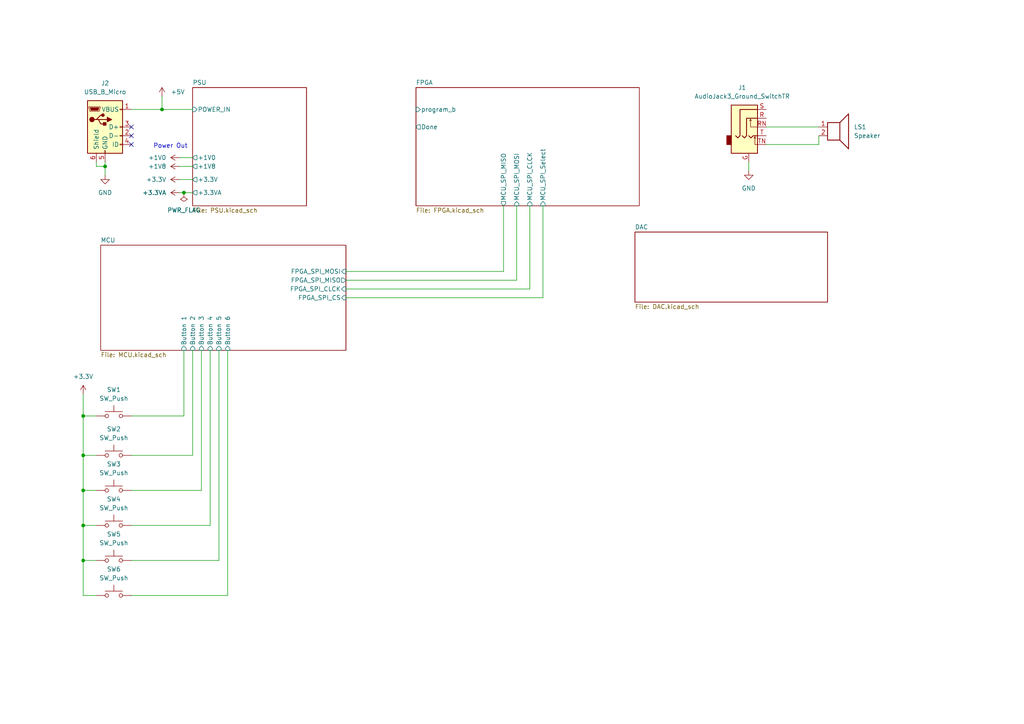
<source format=kicad_sch>
(kicad_sch (version 20230121) (generator eeschema)
  (paper "A4")
  (lib_symbols
    (symbol "Connector:USB_B_Micro" (pin_names (offset 1.016))
      (property "Reference" "J" (at -5.08 11.43 0))
      (property "Value" "USB_B_Micro" (at -5.08 8.89 0))
      (symbol "USB_B_Micro_0_1"
        (rectangle (start -5.08 -7.62) (end 5.08 7.62) (stroke (width 0.254)) (fill (type background)))
        (circle (center -3.81 2.159) (radius 0.635) (stroke (width 0.254)) (fill (type outline)))
        (circle (center -0.635 3.429) (radius 0.381) (stroke (width 0.254)) (fill (type outline)))
        (rectangle (start -0.127 -7.62) (end 0.127 -6.858))
        (polyline (pts (xy -1.905 2.159) (xy 0.635 2.159)) (stroke (width 0.254)))
        (polyline (pts (xy -3.175 2.159) (xy -2.54 2.159) (xy -1.27 3.429) (xy -0.635 3.429)) (stroke (width 0.254)))
        (polyline (pts (xy -2.54 2.159) (xy -1.905 2.159) (xy -1.27 0.889) (xy 0 0.889)) (stroke (width 0.254)))
        (polyline (pts (xy 0.635 2.794) (xy 0.635 1.524) (xy 1.905 2.159) (xy 0.635 2.794)) (stroke (width 0.254)) (fill (type outline)))
        (polyline (pts (xy -4.318 5.588) (xy -1.778 5.588) (xy -2.032 4.826) (xy -4.064 4.826) (xy -4.318 5.588)) (fill (type outline)))
        (polyline (pts (xy -4.699 5.842) (xy -4.699 5.588) (xy -4.445 4.826) (xy -4.445 4.572) (xy -1.651 4.572) (xy -1.651 4.826) (xy -1.397 5.588) (xy -1.397 5.842) (xy -4.699 5.842)))
        (rectangle (start 0.254 1.27) (end -0.508 0.508) (stroke (width 0.254)) (fill (type outline)))
        (rectangle (start 5.08 -5.207) (end 4.318 -4.953))
        (rectangle (start 5.08 -2.667) (end 4.318 -2.413))
        (rectangle (start 5.08 -0.127) (end 4.318 0.127))
        (rectangle (start 5.08 4.953) (end 4.318 5.207))
      )
      (symbol "USB_B_Micro_1_1"
        (pin power_out line (at 7.62 5.08 180) (length 2.54) (name "VBUS") (number "1"))
        (pin bidirectional line (at 7.62 -2.54 180) (length 2.54) (name "D-") (number "2"))
        (pin bidirectional line (at 7.62 0 180) (length 2.54) (name "D+") (number "3"))
        (pin passive line (at 7.62 -5.08 180) (length 2.54) (name "ID") (number "4"))
        (pin power_out line (at 0 -10.16 90) (length 2.54) (name "GND") (number "5"))
        (pin passive line (at -2.54 -10.16 90) (length 2.54) (name "Shield") (number "6"))
      )
    )
    (symbol "Connector_Audio:AudioJack3_Ground_SwitchTR"
      (property "Reference" "J" (at 0 8.89 0))
      (property "Value" "AudioJack3_Ground_SwitchTR" (at 0 6.35 0))
      (symbol "AudioJack3_Ground_SwitchTR_0_1"
        (rectangle (start -5.08 -5.08) (end -6.35 -7.62) (stroke (width 0.254)) (fill (type outline)))
        (polyline (pts (xy 0.508 -0.254) (xy 0.762 -0.762)))
        (polyline (pts (xy 1.778 -5.334) (xy 2.032 -5.842)))
        (polyline (pts (xy 0 -5.08) (xy 0.635 -5.715) (xy 1.27 -5.08) (xy 2.54 -5.08)) (stroke (width 0.254)))
        (polyline (pts (xy 2.54 -7.62) (xy 1.778 -7.62) (xy 1.778 -5.334) (xy 1.524 -5.842)))
        (polyline (pts (xy 2.54 -2.54) (xy 0.508 -2.54) (xy 0.508 -0.254) (xy 0.254 -0.762)))
        (polyline (pts (xy -1.905 -5.08) (xy -1.27 -5.715) (xy -0.635 -5.08) (xy -0.635 0) (xy 2.54 0)) (stroke (width 0.254)))
        (polyline (pts (xy 2.54 2.54) (xy -2.54 2.54) (xy -2.54 -5.08) (xy -3.175 -5.715) (xy -3.81 -5.08)) (stroke (width 0.254)))
        (rectangle (start 2.54 3.81) (end -5.08 -10.16) (stroke (width 0.254)) (fill (type background)))
      )
      (symbol "AudioJack3_Ground_SwitchTR_1_1"
        (pin passive line (at 0 -12.7 90) (length 2.54) (name "~") (number "G"))
        (pin passive line (at 5.08 0 180) (length 2.54) (name "~") (number "R"))
        (pin passive line (at 5.08 -2.54 180) (length 2.54) (name "~") (number "RN"))
        (pin passive line (at 5.08 2.54 180) (length 2.54) (name "~") (number "S"))
        (pin passive line (at 5.08 -5.08 180) (length 2.54) (name "~") (number "T"))
        (pin passive line (at 5.08 -7.62 180) (length 2.54) (name "~") (number "TN"))
      )
    )
    (symbol "Device:Speaker" (pin_names (offset 0) hide)
      (property "Reference" "LS" (at 1.27 5.715 0))
      (property "Value" "Speaker" (at 1.27 3.81 0))
      (symbol "Speaker_0_0"
        (rectangle (start -2.54 1.27) (end 1.016 -3.81) (stroke (width 0.254)))
        (polyline (pts (xy 1.016 1.27) (xy 3.556 3.81) (xy 3.556 -6.35) (xy 1.016 -3.81)) (stroke (width 0.254)))
      )
      (symbol "Speaker_1_1"
        (pin input line (at -5.08 0 0) (length 2.54) (name "1") (number "1"))
        (pin input line (at -5.08 -2.54 0) (length 2.54) (name "2") (number "2"))
      )
    )
    (symbol "Switch:SW_Push" (pin_numbers hide) (pin_names (offset 1.016) hide)
      (property "Reference" "SW" (at 1.27 2.54 0))
      (property "Value" "SW_Push" (at 0 -1.524 0))
      (symbol "SW_Push_0_1"
        (circle (center -2.032 0) (radius 0.508))
        (polyline (pts (xy 0 1.27) (xy 0 3.048)))
        (polyline (pts (xy 2.54 1.27) (xy -2.54 1.27)))
        (circle (center 2.032 0) (radius 0.508))
        (pin passive line (at -5.08 0 0) (length 2.54) (name "1") (number "1"))
        (pin passive line (at 5.08 0 180) (length 2.54) (name "2") (number "2"))
      )
    )
    (symbol "power:+1V0" (power) (pin_names (offset 0))
      (property "Value" "+1V0" (at 0 3.556 0))
      (symbol "+1V0_0_1"
        (polyline (pts (xy -0.762 1.27) (xy 0 2.54)))
        (polyline (pts (xy 0 0) (xy 0 2.54)))
        (polyline (pts (xy 0 2.54) (xy 0.762 1.27)))
      )
      (symbol "+1V0_1_1"
        (pin power_in line (at 0 0 90) (length 0) hide (name "+1V0") (number "1"))
      )
    )
    (symbol "power:+1V8" (power) (pin_names (offset 0))
      (property "Value" "+1V8" (at 0 3.556 0))
      (symbol "+1V8_0_1"
        (polyline (pts (xy -0.762 1.27) (xy 0 2.54)))
        (polyline (pts (xy 0 0) (xy 0 2.54)))
        (polyline (pts (xy 0 2.54) (xy 0.762 1.27)))
      )
      (symbol "+1V8_1_1"
        (pin power_in line (at 0 0 90) (length 0) hide (name "+1V8") (number "1"))
      )
    )
    (symbol "power:+3.3V" (power) (pin_names (offset 0))
      (property "Value" "+3.3V" (at 0 3.556 0))
      (symbol "+3.3V_0_1"
        (polyline (pts (xy -0.762 1.27) (xy 0 2.54)))
        (polyline (pts (xy 0 0) (xy 0 2.54)))
        (polyline (pts (xy 0 2.54) (xy 0.762 1.27)))
      )
      (symbol "+3.3V_1_1"
        (pin power_in line (at 0 0 90) (length 0) hide (name "+3.3V") (number "1"))
      )
    )
    (symbol "power:+3.3VA" (power) (pin_names (offset 0))
      (property "Value" "+3.3VA" (at 0 3.556 0))
      (symbol "+3.3VA_0_1"
        (polyline (pts (xy -0.762 1.27) (xy 0 2.54)))
        (polyline (pts (xy 0 0) (xy 0 2.54)))
        (polyline (pts (xy 0 2.54) (xy 0.762 1.27)))
      )
      (symbol "+3.3VA_1_1"
        (pin power_in line (at 0 0 90) (length 0) hide (name "+3.3VA") (number "1"))
      )
    )
    (symbol "power:+5V" (power) (pin_names (offset 0))
      (property "Value" "+5V" (at 0 3.556 0))
      (symbol "+5V_0_1"
        (polyline (pts (xy -0.762 1.27) (xy 0 2.54)))
        (polyline (pts (xy 0 0) (xy 0 2.54)))
        (polyline (pts (xy 0 2.54) (xy 0.762 1.27)))
      )
      (symbol "+5V_1_1"
        (pin power_in line (at 0 0 90) (length 0) hide (name "+5V") (number "1"))
      )
    )
    (symbol "power:GND" (power) (pin_names (offset 0))
      (property "Value" "GND" (at 0 -3.81 0))
      (symbol "GND_0_1"
        (polyline (pts (xy 0 0) (xy 0 -1.27) (xy 1.27 -1.27) (xy 0 -2.54) (xy -1.27 -1.27) (xy 0 -1.27)))
      )
      (symbol "GND_1_1"
        (pin power_in line (at 0 0 270) (length 0) hide (name "GND") (number "1"))
      )
    )
    (symbol "power:PWR_FLAG" (power) (pin_numbers hide) (pin_names (offset 0) hide)
      (property "Value" "PWR_FLAG" (at 0 3.81 0))
      (symbol "PWR_FLAG_0_0"
        (pin power_out line (at 0 0 90) (length 0) (name "pwr") (number "1"))
      )
      (symbol "PWR_FLAG_0_1"
        (polyline (pts (xy 0 0) (xy 0 1.27) (xy -1.016 1.905) (xy 0 2.54) (xy 1.016 1.905) (xy 0 1.27)))
      )
    )
  )
  (junction (at 53.34 55.88))
  (junction (at 24.13 120.65))
  (junction (at 24.13 132.08))
  (junction (at 30.48 48.26))
  (junction (at 24.13 142.24))
  (junction (at 46.99 31.75))
  (junction (at 24.13 152.4))
  (junction (at 24.13 162.56))
  (no_connect (at 38.1 36.83))
  (no_connect (at 38.1 39.37))
  (no_connect (at 38.1 41.91))
  (wire (pts (xy 38.1 162.56) (xy 63.5 162.56)))
  (wire (pts (xy 27.94 48.26) (xy 27.94 46.99)))
  (wire (pts (xy 38.1 120.65) (xy 53.34 120.65)))
  (wire (pts (xy 30.48 46.99) (xy 30.48 48.26)))
  (wire (pts (xy 58.42 142.24) (xy 58.42 101.6)))
  (wire (pts (xy 38.1 132.08) (xy 55.88 132.08)))
  (wire (pts (xy 38.1 152.4) (xy 60.96 152.4)))
  (wire (pts (xy 237.49 41.91) (xy 237.49 39.37)))
  (wire (pts (xy 24.13 162.56) (xy 27.94 162.56)))
  (wire (pts (xy 222.25 41.91) (xy 237.49 41.91)))
  (wire (pts (xy 24.13 120.65) (xy 24.13 132.08)))
  (wire (pts (xy 157.48 59.69) (xy 157.48 86.36)))
  (wire (pts (xy 24.13 120.65) (xy 27.94 120.65)))
  (wire (pts (xy 30.48 48.26) (xy 27.94 48.26)))
  (wire (pts (xy 60.96 152.4) (xy 60.96 101.6)))
  (wire (pts (xy 24.13 114.3) (xy 24.13 120.65)))
  (wire (pts (xy 24.13 132.08) (xy 24.13 142.24)))
  (wire (pts (xy 157.48 86.36) (xy 100.33 86.36)))
  (wire (pts (xy 52.07 55.88) (xy 53.34 55.88)))
  (wire (pts (xy 146.05 59.69) (xy 146.05 78.74)))
  (wire (pts (xy 46.99 31.75) (xy 55.88 31.75)))
  (wire (pts (xy 153.67 59.69) (xy 153.67 83.82)))
  (wire (pts (xy 55.88 132.08) (xy 55.88 101.6)))
  (wire (pts (xy 53.34 55.88) (xy 55.88 55.88)))
  (wire (pts (xy 46.99 31.75) (xy 46.99 27.94)))
  (wire (pts (xy 63.5 162.56) (xy 63.5 101.6)))
  (wire (pts (xy 52.07 52.07) (xy 55.88 52.07)))
  (wire (pts (xy 217.17 46.99) (xy 217.17 49.53)))
  (wire (pts (xy 100.33 78.74) (xy 146.05 78.74)))
  (wire (pts (xy 24.13 142.24) (xy 27.94 142.24)))
  (wire (pts (xy 52.07 48.26) (xy 55.88 48.26)))
  (wire (pts (xy 38.1 31.75) (xy 46.99 31.75)))
  (wire (pts (xy 30.48 50.8) (xy 30.48 48.26)))
  (wire (pts (xy 24.13 162.56) (xy 24.13 172.72)))
  (wire (pts (xy 38.1 172.72) (xy 66.04 172.72)))
  (wire (pts (xy 52.07 45.72) (xy 55.88 45.72)))
  (wire (pts (xy 53.34 120.65) (xy 53.34 101.6)))
  (wire (pts (xy 24.13 142.24) (xy 24.13 152.4)))
  (wire (pts (xy 222.25 36.83) (xy 237.49 36.83)))
  (wire (pts (xy 24.13 132.08) (xy 27.94 132.08)))
  (wire (pts (xy 24.13 152.4) (xy 24.13 162.56)))
  (wire (pts (xy 38.1 142.24) (xy 58.42 142.24)))
  (wire (pts (xy 149.86 81.28) (xy 149.86 59.69)))
  (wire (pts (xy 66.04 172.72) (xy 66.04 101.6)))
  (wire (pts (xy 24.13 152.4) (xy 27.94 152.4)))
  (wire (pts (xy 100.33 81.28) (xy 149.86 81.28)))
  (wire (pts (xy 153.67 83.82) (xy 100.33 83.82)))
  (wire (pts (xy 24.13 172.72) (xy 27.94 172.72)))
  (text "Power Out" (at 44.45 43.18 0) (effects (font (size 1.27 1.27)) (justify left bottom)))
  (symbol (lib_id "power:+5V") (at 46.99 27.94 0) (unit 1)
    (property "Reference" "#PWR015" (effects hide))
    (property "Value" "+5V" (at 49.53 26.67 0) (effects (justify left)))
  )
  (symbol (lib_id "Switch:SW_Push") (at 33.02 120.65 0) (unit 1)
    (property "Reference" "SW1" (at 33.02 113.03 0))
    (property "Value" "SW_Push" (at 33.02 115.57 0))
  )
  (symbol (lib_id "Connector:USB_B_Micro") (at 30.48 36.83 0) (unit 1)
    (property "Reference" "J2" (at 30.48 24.13 0))
    (property "Value" "USB_B_Micro" (at 30.48 26.67 0))
  )
  (symbol (lib_id "power:GND") (at 217.17 49.53 0) (unit 1)
    (property "Reference" "#PWR033" (effects hide))
    (property "Value" "GND" (at 217.17 54.61 0))
  )
  (symbol (lib_id "Connector_Audio:AudioJack3_Ground_SwitchTR") (at 217.17 34.29 0) (unit 1)
    (property "Reference" "J1" (at 215.265 25.4 0))
    (property "Value" "AudioJack3_Ground_SwitchTR" (at 215.265 27.94 0))
  )
  (symbol (lib_id "Switch:SW_Push") (at 33.02 132.08 0) (unit 1)
    (property "Reference" "SW2" (at 33.02 124.46 0))
    (property "Value" "SW_Push" (at 33.02 127 0))
  )
  (symbol (lib_id "Device:Speaker") (at 242.57 36.83 0) (unit 1)
    (property "Reference" "LS1" (at 247.65 36.83 0) (effects (justify left)))
    (property "Value" "Speaker" (at 247.65 39.37 0) (effects (justify left)))
  )
  (symbol (lib_id "power:+1V0") (at 52.07 45.72 90) (unit 1)
    (property "Reference" "#PWR011" (effects hide))
    (property "Value" "+1V0" (at 48.26 45.72 90) (effects (justify left)))
  )
  (symbol (lib_id "power:GND") (at 30.48 50.8 0) (unit 1)
    (property "Reference" "#PWR034" (effects hide))
    (property "Value" "GND" (at 30.48 55.88 0))
  )
  (symbol (lib_id "Switch:SW_Push") (at 33.02 162.56 0) (unit 1)
    (property "Reference" "SW5" (at 33.02 154.94 0))
    (property "Value" "SW_Push" (at 33.02 157.48 0))
  )
  (symbol (lib_id "power:+3.3VA") (at 52.07 55.88 90) (unit 1)
    (property "Reference" "#PWR014" (effects hide))
    (property "Value" "+3.3VA" (at 48.26 55.88 90) (effects (justify left)))
  )
  (symbol (lib_id "power:+3.3V") (at 24.13 114.3 0) (unit 1)
    (property "Reference" "#PWR042" (effects hide))
    (property "Value" "+3.3V" (at 24.13 109.22 0))
  )
  (symbol (lib_id "power:+1V8") (at 52.07 48.26 90) (unit 1)
    (property "Reference" "#PWR012" (effects hide))
    (property "Value" "+1V8" (at 48.26 48.26 90) (effects (justify left)))
  )
  (symbol (lib_id "power:PWR_FLAG") (at 53.34 55.88 180) (unit 1)
    (property "Reference" "#FLG01" (effects hide))
    (property "Value" "PWR_FLAG" (at 53.34 60.96 0))
  )
  (symbol (lib_id "Switch:SW_Push") (at 33.02 142.24 0) (unit 1)
    (property "Reference" "SW3" (at 33.02 134.62 0))
    (property "Value" "SW_Push" (at 33.02 137.16 0))
  )
  (symbol (lib_id "Switch:SW_Push") (at 33.02 152.4 0) (unit 1)
    (property "Reference" "SW4" (at 33.02 144.78 0))
    (property "Value" "SW_Push" (at 33.02 147.32 0))
  )
  (symbol (lib_id "Switch:SW_Push") (at 33.02 172.72 0) (unit 1)
    (property "Reference" "SW6" (at 33.02 165.1 0))
    (property "Value" "SW_Push" (at 33.02 167.64 0))
  )
  (symbol (lib_id "power:+3.3V") (at 52.07 52.07 90) (unit 1)
    (property "Reference" "#PWR013" (effects hide))
    (property "Value" "+3.3V" (at 48.26 52.07 90) (effects (justify left)))
  )
  (sheet (at 184.15 67.31) (size 55.88 20.32) (stroke (width 0.1524))
    (property "Sheetname" "DAC" (at 184.15 66.5984 0) (effects (justify left bottom)))
    (property "Sheetfile" "DAC.kicad_sch" (at 184.15 88.2146 0) (effects (justify left top)))
  )
  (sheet (at 55.88 25.4) (size 33.02 34.29) (stroke (width 0.1524))
    (property "Sheetname" "PSU" (at 55.88 24.6884 0) (effects (justify left bottom)))
    (property "Sheetfile" "PSU.kicad_sch" (at 55.88 60.2746 0) (effects (justify left top)))
    (pin "POWER_IN" input (at 55.88 31.75 180))
    (pin "+1V8" output (at 55.88 48.26 180))
    (pin "+3.3VA" output (at 55.88 55.88 180))
    (pin "+3.3V" output (at 55.88 52.07 180))
    (pin "+1V0" output (at 55.88 45.72 180))
  )
  (sheet (at 120.65 25.4) (size 64.77 34.29) (stroke (width 0.1524))
    (property "Sheetname" "FPGA" (at 120.65 24.6884 0) (effects (justify left bottom)))
    (property "Sheetfile" "FPGA.kicad_sch" (at 120.65 60.2746 0) (effects (justify left top)))
    (pin "program_b" input (at 120.65 31.75 180))
    (pin "Done" output (at 120.65 36.83 180))
    (pin "MCU_SPI_MISO" output (at 146.05 59.69 270))
    (pin "MCU_SPI_MOSI" input (at 149.86 59.69 270))
    (pin "MCU_SPI_Select" input (at 157.48 59.69 270))
    (pin "MCU_SPI_CLCK" input (at 153.67 59.69 270))
  )
  (sheet (at 29.21 71.12) (size 71.12 30.48) (stroke (width 0.1524))
    (property "Sheetname" "MCU" (at 29.21 70.4084 0) (effects (justify left bottom)))
    (property "Sheetfile" "MCU.kicad_sch" (at 29.21 102.1846 0) (effects (justify left top)))
    (pin "FPGA_SPI_MOSI" input (at 100.33 78.74 0))
    (pin "FPGA_SPI_CS" input (at 100.33 86.36 0))
    (pin "FPGA_SPI_CLCK" input (at 100.33 83.82 0))
    (pin "FPGA_SPI_MISO" output (at 100.33 81.28 0))
    (pin "Button 6" input (at 66.04 101.6 270))
    (pin "Button 1" input (at 53.34 101.6 270))
    (pin "Button 2" input (at 55.88 101.6 270))
    (pin "Button 3" input (at 58.42 101.6 270))
    (pin "Button 4" input (at 60.96 101.6 270))
    (pin "Button 5" input (at 63.5 101.6 270))
  )
)
</source>
